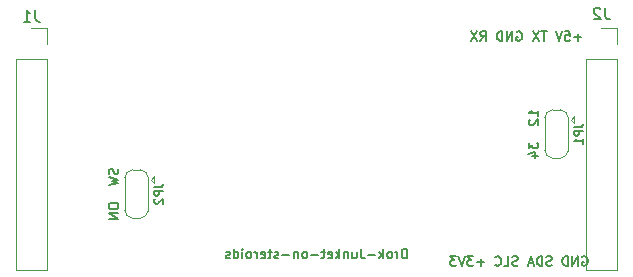
<source format=gbo>
G04 #@! TF.GenerationSoftware,KiCad,Pcbnew,(5.1.6-0-10_14)*
G04 #@! TF.CreationDate,2021-03-19T12:14:43+00:00*
G04 #@! TF.ProjectId,JunketOnSteroidsTTGO,4a756e6b-6574-44f6-9e53-7465726f6964,rev?*
G04 #@! TF.SameCoordinates,PX5faea10PY5734380*
G04 #@! TF.FileFunction,Legend,Bot*
G04 #@! TF.FilePolarity,Positive*
%FSLAX46Y46*%
G04 Gerber Fmt 4.6, Leading zero omitted, Abs format (unit mm)*
G04 Created by KiCad (PCBNEW (5.1.6-0-10_14)) date 2021-03-19 12:14:43*
%MOMM*%
%LPD*%
G01*
G04 APERTURE LIST*
%ADD10C,0.150000*%
%ADD11C,0.120000*%
G04 APERTURE END LIST*
D10*
X46081904Y17398810D02*
X46081904Y17855953D01*
X46081904Y17627381D02*
X45281904Y17627381D01*
X45396190Y17703572D01*
X45472380Y17779762D01*
X45510476Y17855953D01*
X45358095Y17094048D02*
X45320000Y17055953D01*
X45281904Y16979762D01*
X45281904Y16789286D01*
X45320000Y16713096D01*
X45358095Y16675000D01*
X45434285Y16636905D01*
X45510476Y16636905D01*
X45624761Y16675000D01*
X46081904Y17132143D01*
X46081904Y16636905D01*
X45281904Y15151191D02*
X45281904Y14655953D01*
X45586666Y14922620D01*
X45586666Y14808334D01*
X45624761Y14732143D01*
X45662857Y14694048D01*
X45739047Y14655953D01*
X45929523Y14655953D01*
X46005714Y14694048D01*
X46043809Y14732143D01*
X46081904Y14808334D01*
X46081904Y15036905D01*
X46043809Y15113096D01*
X46005714Y15151191D01*
X45548571Y13970239D02*
X46081904Y13970239D01*
X45243809Y14160715D02*
X45815238Y14351191D01*
X45815238Y13855953D01*
X10483809Y12928334D02*
X10521904Y12814048D01*
X10521904Y12623572D01*
X10483809Y12547381D01*
X10445714Y12509286D01*
X10369523Y12471191D01*
X10293333Y12471191D01*
X10217142Y12509286D01*
X10179047Y12547381D01*
X10140952Y12623572D01*
X10102857Y12775953D01*
X10064761Y12852143D01*
X10026666Y12890239D01*
X9950476Y12928334D01*
X9874285Y12928334D01*
X9798095Y12890239D01*
X9760000Y12852143D01*
X9721904Y12775953D01*
X9721904Y12585477D01*
X9760000Y12471191D01*
X9721904Y12204524D02*
X10521904Y12014048D01*
X9950476Y11861667D01*
X10521904Y11709286D01*
X9721904Y11518810D01*
X9721904Y9842620D02*
X9721904Y9690239D01*
X9760000Y9614048D01*
X9836190Y9537858D01*
X9988571Y9499762D01*
X10255238Y9499762D01*
X10407619Y9537858D01*
X10483809Y9614048D01*
X10521904Y9690239D01*
X10521904Y9842620D01*
X10483809Y9918810D01*
X10407619Y9995000D01*
X10255238Y10033096D01*
X9988571Y10033096D01*
X9836190Y9995000D01*
X9760000Y9918810D01*
X9721904Y9842620D01*
X10521904Y9156905D02*
X9721904Y9156905D01*
X10521904Y8699762D01*
X9721904Y8699762D01*
X49802380Y5480000D02*
X49878571Y5518096D01*
X49992857Y5518096D01*
X50107142Y5480000D01*
X50183333Y5403810D01*
X50221428Y5327620D01*
X50259523Y5175239D01*
X50259523Y5060953D01*
X50221428Y4908572D01*
X50183333Y4832381D01*
X50107142Y4756191D01*
X49992857Y4718096D01*
X49916666Y4718096D01*
X49802380Y4756191D01*
X49764285Y4794286D01*
X49764285Y5060953D01*
X49916666Y5060953D01*
X49421428Y4718096D02*
X49421428Y5518096D01*
X48964285Y4718096D01*
X48964285Y5518096D01*
X48583333Y4718096D02*
X48583333Y5518096D01*
X48392857Y5518096D01*
X48278571Y5480000D01*
X48202380Y5403810D01*
X48164285Y5327620D01*
X48126190Y5175239D01*
X48126190Y5060953D01*
X48164285Y4908572D01*
X48202380Y4832381D01*
X48278571Y4756191D01*
X48392857Y4718096D01*
X48583333Y4718096D01*
X47211904Y4756191D02*
X47097619Y4718096D01*
X46907142Y4718096D01*
X46830952Y4756191D01*
X46792857Y4794286D01*
X46754761Y4870477D01*
X46754761Y4946667D01*
X46792857Y5022858D01*
X46830952Y5060953D01*
X46907142Y5099048D01*
X47059523Y5137143D01*
X47135714Y5175239D01*
X47173809Y5213334D01*
X47211904Y5289524D01*
X47211904Y5365715D01*
X47173809Y5441905D01*
X47135714Y5480000D01*
X47059523Y5518096D01*
X46869047Y5518096D01*
X46754761Y5480000D01*
X46411904Y4718096D02*
X46411904Y5518096D01*
X46221428Y5518096D01*
X46107142Y5480000D01*
X46030952Y5403810D01*
X45992857Y5327620D01*
X45954761Y5175239D01*
X45954761Y5060953D01*
X45992857Y4908572D01*
X46030952Y4832381D01*
X46107142Y4756191D01*
X46221428Y4718096D01*
X46411904Y4718096D01*
X45650000Y4946667D02*
X45269047Y4946667D01*
X45726190Y4718096D02*
X45459523Y5518096D01*
X45192857Y4718096D01*
X44354761Y4756191D02*
X44240476Y4718096D01*
X44050000Y4718096D01*
X43973809Y4756191D01*
X43935714Y4794286D01*
X43897619Y4870477D01*
X43897619Y4946667D01*
X43935714Y5022858D01*
X43973809Y5060953D01*
X44050000Y5099048D01*
X44202380Y5137143D01*
X44278571Y5175239D01*
X44316666Y5213334D01*
X44354761Y5289524D01*
X44354761Y5365715D01*
X44316666Y5441905D01*
X44278571Y5480000D01*
X44202380Y5518096D01*
X44011904Y5518096D01*
X43897619Y5480000D01*
X43173809Y4718096D02*
X43554761Y4718096D01*
X43554761Y5518096D01*
X42450000Y4794286D02*
X42488095Y4756191D01*
X42602380Y4718096D01*
X42678571Y4718096D01*
X42792857Y4756191D01*
X42869047Y4832381D01*
X42907142Y4908572D01*
X42945238Y5060953D01*
X42945238Y5175239D01*
X42907142Y5327620D01*
X42869047Y5403810D01*
X42792857Y5480000D01*
X42678571Y5518096D01*
X42602380Y5518096D01*
X42488095Y5480000D01*
X42450000Y5441905D01*
X41497619Y5022858D02*
X40888095Y5022858D01*
X41192857Y4718096D02*
X41192857Y5327620D01*
X40583333Y5518096D02*
X40088095Y5518096D01*
X40354761Y5213334D01*
X40240476Y5213334D01*
X40164285Y5175239D01*
X40126190Y5137143D01*
X40088095Y5060953D01*
X40088095Y4870477D01*
X40126190Y4794286D01*
X40164285Y4756191D01*
X40240476Y4718096D01*
X40469047Y4718096D01*
X40545238Y4756191D01*
X40583333Y4794286D01*
X39859523Y5518096D02*
X39592857Y4718096D01*
X39326190Y5518096D01*
X39135714Y5518096D02*
X38640476Y5518096D01*
X38907142Y5213334D01*
X38792857Y5213334D01*
X38716666Y5175239D01*
X38678571Y5137143D01*
X38640476Y5060953D01*
X38640476Y4870477D01*
X38678571Y4794286D01*
X38716666Y4756191D01*
X38792857Y4718096D01*
X39021428Y4718096D01*
X39097619Y4756191D01*
X39135714Y4794286D01*
X49713571Y24072858D02*
X49104047Y24072858D01*
X49408809Y23768096D02*
X49408809Y24377620D01*
X48342142Y24568096D02*
X48723095Y24568096D01*
X48761190Y24187143D01*
X48723095Y24225239D01*
X48646904Y24263334D01*
X48456428Y24263334D01*
X48380238Y24225239D01*
X48342142Y24187143D01*
X48304047Y24110953D01*
X48304047Y23920477D01*
X48342142Y23844286D01*
X48380238Y23806191D01*
X48456428Y23768096D01*
X48646904Y23768096D01*
X48723095Y23806191D01*
X48761190Y23844286D01*
X48075476Y24568096D02*
X47808809Y23768096D01*
X47542142Y24568096D01*
X46780238Y24568096D02*
X46323095Y24568096D01*
X46551666Y23768096D02*
X46551666Y24568096D01*
X46132619Y24568096D02*
X45599285Y23768096D01*
X45599285Y24568096D02*
X46132619Y23768096D01*
X44265952Y24530000D02*
X44342142Y24568096D01*
X44456428Y24568096D01*
X44570714Y24530000D01*
X44646904Y24453810D01*
X44685000Y24377620D01*
X44723095Y24225239D01*
X44723095Y24110953D01*
X44685000Y23958572D01*
X44646904Y23882381D01*
X44570714Y23806191D01*
X44456428Y23768096D01*
X44380238Y23768096D01*
X44265952Y23806191D01*
X44227857Y23844286D01*
X44227857Y24110953D01*
X44380238Y24110953D01*
X43885000Y23768096D02*
X43885000Y24568096D01*
X43427857Y23768096D01*
X43427857Y24568096D01*
X43046904Y23768096D02*
X43046904Y24568096D01*
X42856428Y24568096D01*
X42742142Y24530000D01*
X42665952Y24453810D01*
X42627857Y24377620D01*
X42589761Y24225239D01*
X42589761Y24110953D01*
X42627857Y23958572D01*
X42665952Y23882381D01*
X42742142Y23806191D01*
X42856428Y23768096D01*
X43046904Y23768096D01*
X41180238Y23768096D02*
X41446904Y24149048D01*
X41637380Y23768096D02*
X41637380Y24568096D01*
X41332619Y24568096D01*
X41256428Y24530000D01*
X41218333Y24491905D01*
X41180238Y24415715D01*
X41180238Y24301429D01*
X41218333Y24225239D01*
X41256428Y24187143D01*
X41332619Y24149048D01*
X41637380Y24149048D01*
X40913571Y24568096D02*
X40380238Y23768096D01*
X40380238Y24568096D02*
X40913571Y23768096D01*
X34962142Y5353096D02*
X34962142Y6153096D01*
X34771666Y6153096D01*
X34657380Y6115000D01*
X34581190Y6038810D01*
X34543095Y5962620D01*
X34505000Y5810239D01*
X34505000Y5695953D01*
X34543095Y5543572D01*
X34581190Y5467381D01*
X34657380Y5391191D01*
X34771666Y5353096D01*
X34962142Y5353096D01*
X34162142Y5353096D02*
X34162142Y5886429D01*
X34162142Y5734048D02*
X34124047Y5810239D01*
X34085952Y5848334D01*
X34009761Y5886429D01*
X33933571Y5886429D01*
X33552619Y5353096D02*
X33628809Y5391191D01*
X33666904Y5429286D01*
X33705000Y5505477D01*
X33705000Y5734048D01*
X33666904Y5810239D01*
X33628809Y5848334D01*
X33552619Y5886429D01*
X33438333Y5886429D01*
X33362142Y5848334D01*
X33324047Y5810239D01*
X33285952Y5734048D01*
X33285952Y5505477D01*
X33324047Y5429286D01*
X33362142Y5391191D01*
X33438333Y5353096D01*
X33552619Y5353096D01*
X32943095Y5353096D02*
X32943095Y6153096D01*
X32866904Y5657858D02*
X32638333Y5353096D01*
X32638333Y5886429D02*
X32943095Y5581667D01*
X32295476Y5657858D02*
X31685952Y5657858D01*
X31076428Y6153096D02*
X31076428Y5581667D01*
X31114523Y5467381D01*
X31190714Y5391191D01*
X31305000Y5353096D01*
X31381190Y5353096D01*
X30352619Y5886429D02*
X30352619Y5353096D01*
X30695476Y5886429D02*
X30695476Y5467381D01*
X30657380Y5391191D01*
X30581190Y5353096D01*
X30466904Y5353096D01*
X30390714Y5391191D01*
X30352619Y5429286D01*
X29971666Y5886429D02*
X29971666Y5353096D01*
X29971666Y5810239D02*
X29933571Y5848334D01*
X29857380Y5886429D01*
X29743095Y5886429D01*
X29666904Y5848334D01*
X29628809Y5772143D01*
X29628809Y5353096D01*
X29247857Y5353096D02*
X29247857Y6153096D01*
X29171666Y5657858D02*
X28943095Y5353096D01*
X28943095Y5886429D02*
X29247857Y5581667D01*
X28295476Y5391191D02*
X28371666Y5353096D01*
X28524047Y5353096D01*
X28600238Y5391191D01*
X28638333Y5467381D01*
X28638333Y5772143D01*
X28600238Y5848334D01*
X28524047Y5886429D01*
X28371666Y5886429D01*
X28295476Y5848334D01*
X28257380Y5772143D01*
X28257380Y5695953D01*
X28638333Y5619762D01*
X28028809Y5886429D02*
X27724047Y5886429D01*
X27914523Y6153096D02*
X27914523Y5467381D01*
X27876428Y5391191D01*
X27800238Y5353096D01*
X27724047Y5353096D01*
X27457380Y5657858D02*
X26847857Y5657858D01*
X26352619Y5353096D02*
X26428809Y5391191D01*
X26466904Y5429286D01*
X26505000Y5505477D01*
X26505000Y5734048D01*
X26466904Y5810239D01*
X26428809Y5848334D01*
X26352619Y5886429D01*
X26238333Y5886429D01*
X26162142Y5848334D01*
X26124047Y5810239D01*
X26085952Y5734048D01*
X26085952Y5505477D01*
X26124047Y5429286D01*
X26162142Y5391191D01*
X26238333Y5353096D01*
X26352619Y5353096D01*
X25743095Y5886429D02*
X25743095Y5353096D01*
X25743095Y5810239D02*
X25705000Y5848334D01*
X25628809Y5886429D01*
X25514523Y5886429D01*
X25438333Y5848334D01*
X25400238Y5772143D01*
X25400238Y5353096D01*
X25019285Y5657858D02*
X24409761Y5657858D01*
X24066904Y5391191D02*
X23990714Y5353096D01*
X23838333Y5353096D01*
X23762142Y5391191D01*
X23724047Y5467381D01*
X23724047Y5505477D01*
X23762142Y5581667D01*
X23838333Y5619762D01*
X23952619Y5619762D01*
X24028809Y5657858D01*
X24066904Y5734048D01*
X24066904Y5772143D01*
X24028809Y5848334D01*
X23952619Y5886429D01*
X23838333Y5886429D01*
X23762142Y5848334D01*
X23495476Y5886429D02*
X23190714Y5886429D01*
X23381190Y6153096D02*
X23381190Y5467381D01*
X23343095Y5391191D01*
X23266904Y5353096D01*
X23190714Y5353096D01*
X22619285Y5391191D02*
X22695476Y5353096D01*
X22847857Y5353096D01*
X22924047Y5391191D01*
X22962142Y5467381D01*
X22962142Y5772143D01*
X22924047Y5848334D01*
X22847857Y5886429D01*
X22695476Y5886429D01*
X22619285Y5848334D01*
X22581190Y5772143D01*
X22581190Y5695953D01*
X22962142Y5619762D01*
X22238333Y5353096D02*
X22238333Y5886429D01*
X22238333Y5734048D02*
X22200238Y5810239D01*
X22162142Y5848334D01*
X22085952Y5886429D01*
X22009761Y5886429D01*
X21628809Y5353096D02*
X21705000Y5391191D01*
X21743095Y5429286D01*
X21781190Y5505477D01*
X21781190Y5734048D01*
X21743095Y5810239D01*
X21705000Y5848334D01*
X21628809Y5886429D01*
X21514523Y5886429D01*
X21438333Y5848334D01*
X21400238Y5810239D01*
X21362142Y5734048D01*
X21362142Y5505477D01*
X21400238Y5429286D01*
X21438333Y5391191D01*
X21514523Y5353096D01*
X21628809Y5353096D01*
X21019285Y5353096D02*
X21019285Y5886429D01*
X21019285Y6153096D02*
X21057380Y6115000D01*
X21019285Y6076905D01*
X20981190Y6115000D01*
X21019285Y6153096D01*
X21019285Y6076905D01*
X20295476Y5353096D02*
X20295476Y6153096D01*
X20295476Y5391191D02*
X20371666Y5353096D01*
X20524047Y5353096D01*
X20600238Y5391191D01*
X20638333Y5429286D01*
X20676428Y5505477D01*
X20676428Y5734048D01*
X20638333Y5810239D01*
X20600238Y5848334D01*
X20524047Y5886429D01*
X20371666Y5886429D01*
X20295476Y5848334D01*
X19952619Y5391191D02*
X19876428Y5353096D01*
X19724047Y5353096D01*
X19647857Y5391191D01*
X19609761Y5467381D01*
X19609761Y5505477D01*
X19647857Y5581667D01*
X19724047Y5619762D01*
X19838333Y5619762D01*
X19914523Y5657858D01*
X19952619Y5734048D01*
X19952619Y5772143D01*
X19914523Y5848334D01*
X19838333Y5886429D01*
X19724047Y5886429D01*
X19647857Y5848334D01*
D11*
G04 #@! TO.C,JP2*
X11065000Y12195000D02*
X11065000Y9395000D01*
X11765000Y8745000D02*
X12365000Y8745000D01*
X13065000Y9395000D02*
X13065000Y12195000D01*
X12365000Y12845000D02*
X11765000Y12845000D01*
X13265000Y11995000D02*
X13565000Y12295000D01*
X13565000Y12295000D02*
X13565000Y11695000D01*
X13265000Y11995000D02*
X13565000Y11695000D01*
X11765000Y12845000D02*
G75*
G03*
X11065000Y12145000I0J-700000D01*
G01*
X13065000Y12145000D02*
G75*
G03*
X12365000Y12845000I-700000J0D01*
G01*
X12365000Y8745000D02*
G75*
G03*
X13065000Y9445000I0J700000D01*
G01*
X11065000Y9445000D02*
G75*
G03*
X11765000Y8745000I700000J0D01*
G01*
G04 #@! TO.C,JP1*
X46625000Y17275000D02*
X46625000Y14475000D01*
X47325000Y13825000D02*
X47925000Y13825000D01*
X48625000Y14475000D02*
X48625000Y17275000D01*
X47925000Y17925000D02*
X47325000Y17925000D01*
X48825000Y17075000D02*
X49125000Y17375000D01*
X49125000Y17375000D02*
X49125000Y16775000D01*
X48825000Y17075000D02*
X49125000Y16775000D01*
X47325000Y17925000D02*
G75*
G03*
X46625000Y17225000I0J-700000D01*
G01*
X48625000Y17225000D02*
G75*
G03*
X47925000Y17925000I-700000J0D01*
G01*
X47925000Y13825000D02*
G75*
G03*
X48625000Y14525000I0J700000D01*
G01*
X46625000Y14525000D02*
G75*
G03*
X47325000Y13825000I700000J0D01*
G01*
G04 #@! TO.C,J2*
X52765000Y24825000D02*
X51435000Y24825000D01*
X52765000Y23495000D02*
X52765000Y24825000D01*
X52765000Y22225000D02*
X50105000Y22225000D01*
X50105000Y22225000D02*
X50105000Y4385000D01*
X52765000Y22225000D02*
X52765000Y4385000D01*
X52765000Y4385000D02*
X50105000Y4385000D01*
G04 #@! TO.C,J1*
X4505000Y24825000D02*
X3175000Y24825000D01*
X4505000Y23495000D02*
X4505000Y24825000D01*
X4505000Y22225000D02*
X1845000Y22225000D01*
X1845000Y22225000D02*
X1845000Y4385000D01*
X4505000Y22225000D02*
X4505000Y4385000D01*
X4505000Y4385000D02*
X1845000Y4385000D01*
G04 #@! TO.C,JP2*
D10*
X13586666Y11378334D02*
X14086666Y11378334D01*
X14186666Y11411667D01*
X14253333Y11478334D01*
X14286666Y11578334D01*
X14286666Y11645000D01*
X14286666Y11045000D02*
X13586666Y11045000D01*
X13586666Y10778334D01*
X13620000Y10711667D01*
X13653333Y10678334D01*
X13720000Y10645000D01*
X13820000Y10645000D01*
X13886666Y10678334D01*
X13920000Y10711667D01*
X13953333Y10778334D01*
X13953333Y11045000D01*
X13653333Y10378334D02*
X13620000Y10345000D01*
X13586666Y10278334D01*
X13586666Y10111667D01*
X13620000Y10045000D01*
X13653333Y10011667D01*
X13720000Y9978334D01*
X13786666Y9978334D01*
X13886666Y10011667D01*
X14286666Y10411667D01*
X14286666Y9978334D01*
G04 #@! TO.C,JP1*
X49146666Y16458334D02*
X49646666Y16458334D01*
X49746666Y16491667D01*
X49813333Y16558334D01*
X49846666Y16658334D01*
X49846666Y16725000D01*
X49846666Y16125000D02*
X49146666Y16125000D01*
X49146666Y15858334D01*
X49180000Y15791667D01*
X49213333Y15758334D01*
X49280000Y15725000D01*
X49380000Y15725000D01*
X49446666Y15758334D01*
X49480000Y15791667D01*
X49513333Y15858334D01*
X49513333Y16125000D01*
X49846666Y15058334D02*
X49846666Y15458334D01*
X49846666Y15258334D02*
X49146666Y15258334D01*
X49246666Y15325000D01*
X49313333Y15391667D01*
X49346666Y15458334D01*
G04 #@! TO.C,J2*
X51768333Y26582620D02*
X51768333Y25868334D01*
X51815952Y25725477D01*
X51911190Y25630239D01*
X52054047Y25582620D01*
X52149285Y25582620D01*
X51339761Y26487381D02*
X51292142Y26535000D01*
X51196904Y26582620D01*
X50958809Y26582620D01*
X50863571Y26535000D01*
X50815952Y26487381D01*
X50768333Y26392143D01*
X50768333Y26296905D01*
X50815952Y26154048D01*
X51387380Y25582620D01*
X50768333Y25582620D01*
G04 #@! TO.C,J1*
X3508333Y26372620D02*
X3508333Y25658334D01*
X3555952Y25515477D01*
X3651190Y25420239D01*
X3794047Y25372620D01*
X3889285Y25372620D01*
X2508333Y25372620D02*
X3079761Y25372620D01*
X2794047Y25372620D02*
X2794047Y26372620D01*
X2889285Y26229762D01*
X2984523Y26134524D01*
X3079761Y26086905D01*
G04 #@! TD*
M02*

</source>
